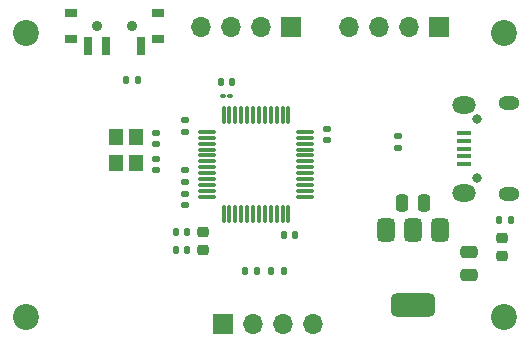
<source format=gbr>
%TF.GenerationSoftware,KiCad,Pcbnew,8.0.6*%
%TF.CreationDate,2024-12-16T15:44:53-05:00*%
%TF.ProjectId,stm32,73746d33-322e-46b6-9963-61645f706362,rev?*%
%TF.SameCoordinates,Original*%
%TF.FileFunction,Soldermask,Top*%
%TF.FilePolarity,Negative*%
%FSLAX46Y46*%
G04 Gerber Fmt 4.6, Leading zero omitted, Abs format (unit mm)*
G04 Created by KiCad (PCBNEW 8.0.6) date 2024-12-16 15:44:53*
%MOMM*%
%LPD*%
G01*
G04 APERTURE LIST*
G04 Aperture macros list*
%AMRoundRect*
0 Rectangle with rounded corners*
0 $1 Rounding radius*
0 $2 $3 $4 $5 $6 $7 $8 $9 X,Y pos of 4 corners*
0 Add a 4 corners polygon primitive as box body*
4,1,4,$2,$3,$4,$5,$6,$7,$8,$9,$2,$3,0*
0 Add four circle primitives for the rounded corners*
1,1,$1+$1,$2,$3*
1,1,$1+$1,$4,$5*
1,1,$1+$1,$6,$7*
1,1,$1+$1,$8,$9*
0 Add four rect primitives between the rounded corners*
20,1,$1+$1,$2,$3,$4,$5,0*
20,1,$1+$1,$4,$5,$6,$7,0*
20,1,$1+$1,$6,$7,$8,$9,0*
20,1,$1+$1,$8,$9,$2,$3,0*%
G04 Aperture macros list end*
%ADD10C,2.200000*%
%ADD11RoundRect,0.100000X-0.130000X-0.100000X0.130000X-0.100000X0.130000X0.100000X-0.130000X0.100000X0*%
%ADD12RoundRect,0.140000X0.170000X-0.140000X0.170000X0.140000X-0.170000X0.140000X-0.170000X-0.140000X0*%
%ADD13RoundRect,0.135000X-0.135000X-0.185000X0.135000X-0.185000X0.135000X0.185000X-0.135000X0.185000X0*%
%ADD14R,1.200000X1.400000*%
%ADD15R,1.700000X1.700000*%
%ADD16O,1.700000X1.700000*%
%ADD17R,1.000000X0.800000*%
%ADD18C,0.900000*%
%ADD19R,0.700000X1.500000*%
%ADD20RoundRect,0.075000X-0.662500X-0.075000X0.662500X-0.075000X0.662500X0.075000X-0.662500X0.075000X0*%
%ADD21RoundRect,0.075000X-0.075000X-0.662500X0.075000X-0.662500X0.075000X0.662500X-0.075000X0.662500X0*%
%ADD22O,0.800000X0.800000*%
%ADD23R,1.300000X0.450000*%
%ADD24O,1.800000X1.150000*%
%ADD25O,2.000000X1.450000*%
%ADD26RoundRect,0.250000X-0.250000X-0.475000X0.250000X-0.475000X0.250000X0.475000X-0.250000X0.475000X0*%
%ADD27RoundRect,0.140000X0.140000X0.170000X-0.140000X0.170000X-0.140000X-0.170000X0.140000X-0.170000X0*%
%ADD28RoundRect,0.140000X-0.170000X0.140000X-0.170000X-0.140000X0.170000X-0.140000X0.170000X0.140000X0*%
%ADD29RoundRect,0.135000X0.135000X0.185000X-0.135000X0.185000X-0.135000X-0.185000X0.135000X-0.185000X0*%
%ADD30RoundRect,0.250000X0.475000X-0.250000X0.475000X0.250000X-0.475000X0.250000X-0.475000X-0.250000X0*%
%ADD31RoundRect,0.218750X0.256250X-0.218750X0.256250X0.218750X-0.256250X0.218750X-0.256250X-0.218750X0*%
%ADD32RoundRect,0.375000X-0.375000X0.625000X-0.375000X-0.625000X0.375000X-0.625000X0.375000X0.625000X0*%
%ADD33RoundRect,0.500000X-1.400000X0.500000X-1.400000X-0.500000X1.400000X-0.500000X1.400000X0.500000X0*%
%ADD34RoundRect,0.135000X-0.185000X0.135000X-0.185000X-0.135000X0.185000X-0.135000X0.185000X0.135000X0*%
%ADD35RoundRect,0.218750X-0.256250X0.218750X-0.256250X-0.218750X0.256250X-0.218750X0.256250X0.218750X0*%
%ADD36RoundRect,0.140000X-0.140000X-0.170000X0.140000X-0.170000X0.140000X0.170000X-0.140000X0.170000X0*%
G04 APERTURE END LIST*
D10*
%TO.C,H3*%
X167500000Y-118400000D03*
%TD*%
D11*
%TO.C,C5*%
X143680000Y-99677482D03*
X144320000Y-99677482D03*
%TD*%
D12*
%TO.C,C11*%
X138000000Y-105980000D03*
X138000000Y-105020000D03*
%TD*%
D13*
%TO.C,R1*%
X135490000Y-98400000D03*
X136510000Y-98400000D03*
%TD*%
D14*
%TO.C,Y1*%
X134650000Y-103224104D03*
X134650000Y-105424104D03*
X136350000Y-105424104D03*
X136350000Y-103224104D03*
%TD*%
D15*
%TO.C,J3*%
X149500000Y-93900000D03*
D16*
X146960000Y-93900000D03*
X144420000Y-93900000D03*
X141880000Y-93900000D03*
%TD*%
D17*
%TO.C,SW1*%
X138179126Y-94856375D03*
X138179126Y-92646375D03*
D18*
X136029126Y-93746375D03*
X133029126Y-93746375D03*
D17*
X130879126Y-94856375D03*
X130879126Y-92646375D03*
D19*
X136779126Y-95506375D03*
X133779126Y-95506375D03*
X132279126Y-95506375D03*
%TD*%
D20*
%TO.C,U1*%
X142337500Y-102750000D03*
X142337500Y-103250000D03*
X142337500Y-103750000D03*
X142337500Y-104250000D03*
X142337500Y-104750000D03*
X142337500Y-105250000D03*
X142337500Y-105750000D03*
X142337500Y-106250000D03*
X142337500Y-106750000D03*
X142337500Y-107250000D03*
X142337500Y-107750000D03*
X142337500Y-108250000D03*
D21*
X143750000Y-109662500D03*
X144250000Y-109662500D03*
X144750000Y-109662500D03*
X145250000Y-109662500D03*
X145750000Y-109662500D03*
X146250000Y-109662500D03*
X146750000Y-109662500D03*
X147250000Y-109662500D03*
X147750000Y-109662500D03*
X148250000Y-109662500D03*
X148750000Y-109662500D03*
X149250000Y-109662500D03*
D20*
X150662500Y-108250000D03*
X150662500Y-107750000D03*
X150662500Y-107250000D03*
X150662500Y-106750000D03*
X150662500Y-106250000D03*
X150662500Y-105750000D03*
X150662500Y-105250000D03*
X150662500Y-104750000D03*
X150662500Y-104250000D03*
X150662500Y-103750000D03*
X150662500Y-103250000D03*
X150662500Y-102750000D03*
D21*
X149250000Y-101337500D03*
X148750000Y-101337500D03*
X148250000Y-101337500D03*
X147750000Y-101337500D03*
X147250000Y-101337500D03*
X146750000Y-101337500D03*
X146250000Y-101337500D03*
X145750000Y-101337500D03*
X145250000Y-101337500D03*
X144750000Y-101337500D03*
X144250000Y-101337500D03*
X143750000Y-101337500D03*
%TD*%
D12*
%TO.C,C4*%
X140457034Y-102738562D03*
X140457034Y-101778562D03*
%TD*%
%TO.C,C6*%
X140500000Y-106980000D03*
X140500000Y-106020000D03*
%TD*%
D22*
%TO.C,J1*%
X165200000Y-106658629D03*
X165200000Y-101658629D03*
D23*
X164100000Y-105458629D03*
X164100000Y-104808629D03*
X164100000Y-104158629D03*
X164100000Y-103508629D03*
X164100000Y-102858629D03*
D24*
X167950000Y-108033629D03*
D25*
X164150000Y-107883629D03*
X164150000Y-100433629D03*
D24*
X167950000Y-100283629D03*
%TD*%
D26*
%TO.C,C13*%
X158835910Y-108749348D03*
X160735910Y-108749348D03*
%TD*%
D27*
%TO.C,C1*%
X149837734Y-111505022D03*
X148877734Y-111505022D03*
%TD*%
D10*
%TO.C,H1*%
X127000000Y-94400000D03*
%TD*%
D28*
%TO.C,C3*%
X152522960Y-102520000D03*
X152522960Y-103480000D03*
%TD*%
D29*
%TO.C,R4*%
X146617044Y-114500000D03*
X145597044Y-114500000D03*
%TD*%
D28*
%TO.C,C9*%
X140500000Y-108980000D03*
X140500000Y-108020000D03*
%TD*%
D30*
%TO.C,C12*%
X164500000Y-114850000D03*
X164500000Y-112950000D03*
%TD*%
D29*
%TO.C,R3*%
X168099356Y-110207051D03*
X167079356Y-110207051D03*
%TD*%
D31*
%TO.C,FB1*%
X142000000Y-112787500D03*
X142000000Y-111212500D03*
%TD*%
D32*
%TO.C,U2*%
X162085910Y-111099348D03*
X159785910Y-111099348D03*
D33*
X159785910Y-117399348D03*
D32*
X157485910Y-111099348D03*
%TD*%
D34*
%TO.C,R2*%
X158507519Y-103099117D03*
X158507519Y-104119117D03*
%TD*%
D13*
%TO.C,R5*%
X147810000Y-114500000D03*
X148830000Y-114500000D03*
%TD*%
D35*
%TO.C,D1*%
X167310923Y-111712500D03*
X167310923Y-113287500D03*
%TD*%
D27*
%TO.C,C8*%
X140684344Y-112780833D03*
X139724344Y-112780833D03*
%TD*%
D15*
%TO.C,J4*%
X143700000Y-119000000D03*
D16*
X146240000Y-119000000D03*
X148780000Y-119000000D03*
X151320000Y-119000000D03*
%TD*%
D12*
%TO.C,C10*%
X138000000Y-103804104D03*
X138000000Y-102844104D03*
%TD*%
D10*
%TO.C,H2*%
X167500000Y-94400000D03*
%TD*%
D27*
%TO.C,C7*%
X140676039Y-111211575D03*
X139716039Y-111211575D03*
%TD*%
D15*
%TO.C,J2*%
X162000000Y-93900000D03*
D16*
X159460000Y-93900000D03*
X156920000Y-93900000D03*
X154380000Y-93900000D03*
%TD*%
D10*
%TO.C,H4*%
X127000000Y-118400000D03*
%TD*%
D36*
%TO.C,C2*%
X144480000Y-98500000D03*
X143520000Y-98500000D03*
%TD*%
M02*

</source>
